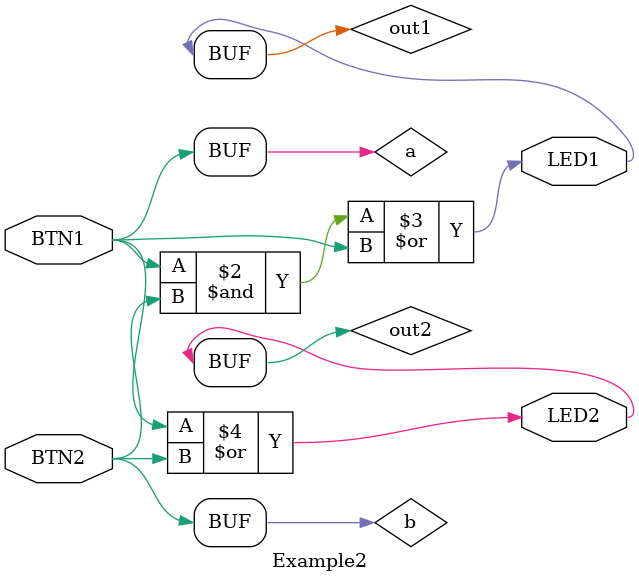
<source format=sv>
module Example2 (
    input logic BTN1,
    input logic BTN2,
    output logic LED1,
    output logic LED2
);

    logic a, b;
    assign a = BTN1;
    assign b = BTN2;

    logic out1, out2;
    assign LED1 = out1;
    assign LED2 = out2;

    always_comb begin
        out1 = a & b | a;
        out2 = a | b;
    end

endmodule

</source>
